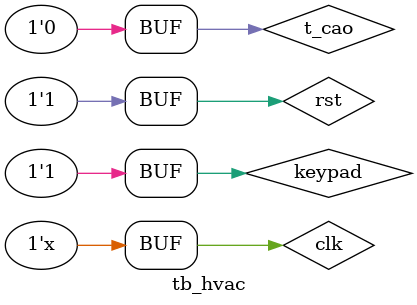
<source format=v>
module hvac (clk,rst,t_cao,t_thap,keypad,den,bom,quat);

input clk,rst,t_cao,t_thap,keypad;
output reg den,bom,quat;

parameter [2:0] IDLE = 3'b000, Den=3'b001, Den1=3'b010,
                Thonggio=3'b011, Bom=3'b100, Bom1=3'b101;

reg [2:0] state_ht, state_next;

// khoi D2
always @(posedge clk or negedge rst) begin
    if (rst == 0) state_ht <= 3'b000;
    else state_ht <= state_next;
end

// khoi D1

always @(*) begin

    case (state_ht) 
                  IDLE : begin
                    if (keypad==0 && t_cao==0 && t_thap==0) state_next = IDLE;
                    else if (t_cao==1) state_next = Bom;
                    else if (t_thap==1) state_next = Den;
                    else if (keypad==1) state_next = Thonggio;
                  end
                  Bom : begin
                    if (t_cao==0) state_next = IDLE;
                    else if (keypad ==1) state_next = Bom1;
                  end
                  Den : begin
                    if (t_thap==0) state_next = IDLE;
                    else if (keypad ==1) state_next = Den1;
                  end
                  Thonggio : begin
                    if (keypad==0) state_next = IDLE;
                  end
                  Bom1 : begin
                    if (keypad==0) state_next = Bom;
                    else if (t_cao ==0 ) state_next = Thonggio;
                  end
                  Den1 : begin
                    if (keypad==0) state_next = Den;
                    else if (t_thap ==0 ) state_next = Thonggio;
                  end
                  default: state_next = IDLE;
    endcase
end

//khoi D3

always @(*) begin
    if (state_ht == IDLE) begin
        den =0;
        bom=0;
        quat=0;
    end
    else if (state_ht == Bom) begin
        den=0;
        bom=1;
        quat=0;
    end 
    else if (state_ht == Bom1) begin
        den =0;
        bom=1;
        quat=1;
    end
    else if (state_ht == Den) begin
        den=1;
        bom=0;
        quat=0;
    end
    else if (state_ht == Den1) begin
        den =1;
        bom=0;
        quat=1;
    end
    else if (state_ht == Thonggio) begin
        den =0;
        bom=0;
        quat=1;
    end else begin
        den =0;
        bom=0;
        quat=0;
    end
    
end
endmodule

module tb_hvac ();

reg clk,rst,t_cao,t_thap,keypad;
wire den,bom,quat;

hvac H (clk,rst,t_cao,t_thap,keypad,den,bom,quat);


initial begin
    clk=0;
    rst=1;
    #80 rst =0;
    #80 rst =1;
    t_cao =1;
    #80 keypad =1;
    #160 keypad =0;
    #70 t_cao =0;
    #200 keypad=1;
    
end

always #35 clk=~clk;
endmodule
</source>
